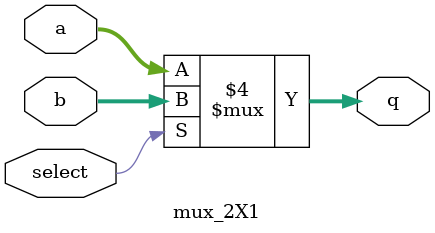
<source format=v>

module mux_2X1 (
    input wire select,
    input wire [31:0] a,
    input wire [31:0] b,
    output reg [31:0] q
);

    always @*
        if (select == 0)
            q = a;
        else
            q = b;

endmodule

</source>
